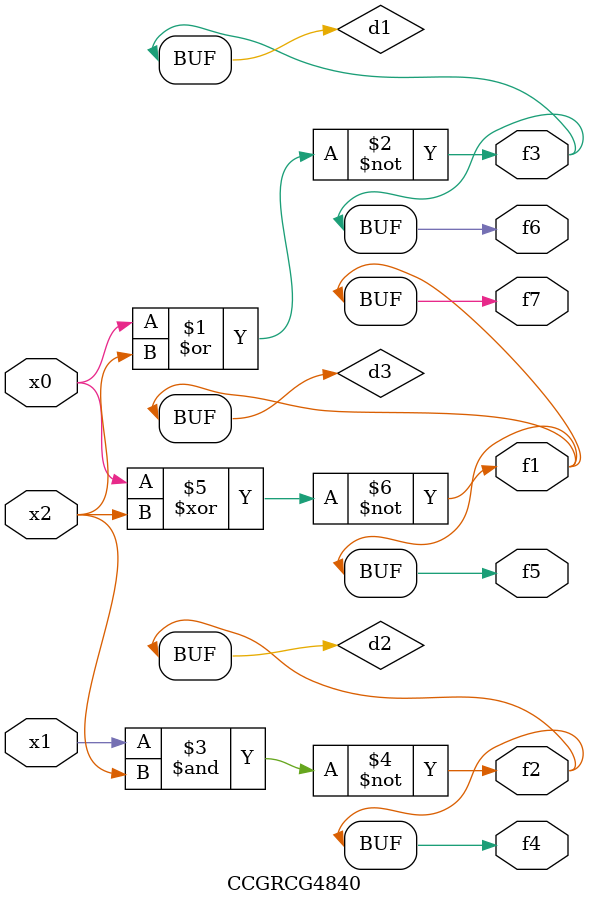
<source format=v>
module CCGRCG4840(
	input x0, x1, x2,
	output f1, f2, f3, f4, f5, f6, f7
);

	wire d1, d2, d3;

	nor (d1, x0, x2);
	nand (d2, x1, x2);
	xnor (d3, x0, x2);
	assign f1 = d3;
	assign f2 = d2;
	assign f3 = d1;
	assign f4 = d2;
	assign f5 = d3;
	assign f6 = d1;
	assign f7 = d3;
endmodule

</source>
